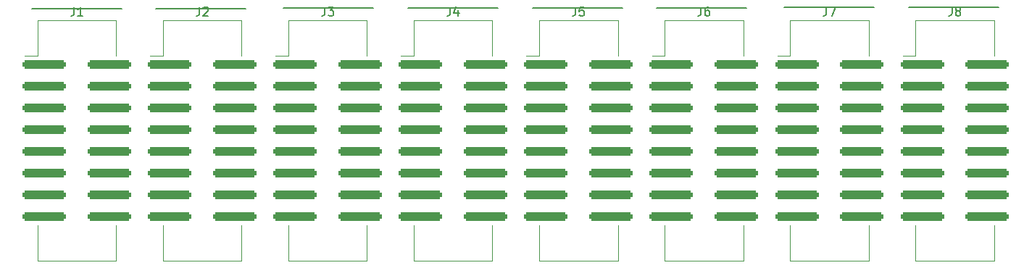
<source format=gbr>
%TF.GenerationSoftware,KiCad,Pcbnew,(7.0.0)*%
%TF.CreationDate,2023-03-30T09:23:00-07:00*%
%TF.ProjectId,europower_board,6575726f-706f-4776-9572-5f626f617264,rev?*%
%TF.SameCoordinates,Original*%
%TF.FileFunction,Legend,Top*%
%TF.FilePolarity,Positive*%
%FSLAX46Y46*%
G04 Gerber Fmt 4.6, Leading zero omitted, Abs format (unit mm)*
G04 Created by KiCad (PCBNEW (7.0.0)) date 2023-03-30 09:23:00*
%MOMM*%
%LPD*%
G01*
G04 APERTURE LIST*
G04 Aperture macros list*
%AMRoundRect*
0 Rectangle with rounded corners*
0 $1 Rounding radius*
0 $2 $3 $4 $5 $6 $7 $8 $9 X,Y pos of 4 corners*
0 Add a 4 corners polygon primitive as box body*
4,1,4,$2,$3,$4,$5,$6,$7,$8,$9,$2,$3,0*
0 Add four circle primitives for the rounded corners*
1,1,$1+$1,$2,$3*
1,1,$1+$1,$4,$5*
1,1,$1+$1,$6,$7*
1,1,$1+$1,$8,$9*
0 Add four rect primitives between the rounded corners*
20,1,$1+$1,$2,$3,$4,$5,0*
20,1,$1+$1,$4,$5,$6,$7,0*
20,1,$1+$1,$6,$7,$8,$9,0*
20,1,$1+$1,$8,$9,$2,$3,0*%
G04 Aperture macros list end*
%ADD10C,0.150000*%
%ADD11C,0.120000*%
%ADD12RoundRect,0.255000X-2.245000X-0.255000X2.245000X-0.255000X2.245000X0.255000X-2.245000X0.255000X0*%
G04 APERTURE END LIST*
D10*
X88800000Y-20200000D02*
X99300000Y-20200000D01*
X103350000Y-20200000D02*
X113850000Y-20200000D01*
X118250000Y-20100000D02*
X128750000Y-20100000D01*
X132800000Y-20100000D02*
X143300000Y-20100000D01*
X59750000Y-20200000D02*
X70250000Y-20200000D01*
X74300000Y-20200000D02*
X84800000Y-20200000D01*
X44850000Y-20300000D02*
X55350000Y-20300000D01*
X30300000Y-20300000D02*
X40800000Y-20300000D01*
%TO.C,J8*%
X137816666Y-20087380D02*
X137816666Y-20801666D01*
X137816666Y-20801666D02*
X137769047Y-20944523D01*
X137769047Y-20944523D02*
X137673809Y-21039761D01*
X137673809Y-21039761D02*
X137530952Y-21087380D01*
X137530952Y-21087380D02*
X137435714Y-21087380D01*
X138435714Y-20515952D02*
X138340476Y-20468333D01*
X138340476Y-20468333D02*
X138292857Y-20420714D01*
X138292857Y-20420714D02*
X138245238Y-20325476D01*
X138245238Y-20325476D02*
X138245238Y-20277857D01*
X138245238Y-20277857D02*
X138292857Y-20182619D01*
X138292857Y-20182619D02*
X138340476Y-20135000D01*
X138340476Y-20135000D02*
X138435714Y-20087380D01*
X138435714Y-20087380D02*
X138626190Y-20087380D01*
X138626190Y-20087380D02*
X138721428Y-20135000D01*
X138721428Y-20135000D02*
X138769047Y-20182619D01*
X138769047Y-20182619D02*
X138816666Y-20277857D01*
X138816666Y-20277857D02*
X138816666Y-20325476D01*
X138816666Y-20325476D02*
X138769047Y-20420714D01*
X138769047Y-20420714D02*
X138721428Y-20468333D01*
X138721428Y-20468333D02*
X138626190Y-20515952D01*
X138626190Y-20515952D02*
X138435714Y-20515952D01*
X138435714Y-20515952D02*
X138340476Y-20563571D01*
X138340476Y-20563571D02*
X138292857Y-20611190D01*
X138292857Y-20611190D02*
X138245238Y-20706428D01*
X138245238Y-20706428D02*
X138245238Y-20896904D01*
X138245238Y-20896904D02*
X138292857Y-20992142D01*
X138292857Y-20992142D02*
X138340476Y-21039761D01*
X138340476Y-21039761D02*
X138435714Y-21087380D01*
X138435714Y-21087380D02*
X138626190Y-21087380D01*
X138626190Y-21087380D02*
X138721428Y-21039761D01*
X138721428Y-21039761D02*
X138769047Y-20992142D01*
X138769047Y-20992142D02*
X138816666Y-20896904D01*
X138816666Y-20896904D02*
X138816666Y-20706428D01*
X138816666Y-20706428D02*
X138769047Y-20611190D01*
X138769047Y-20611190D02*
X138721428Y-20563571D01*
X138721428Y-20563571D02*
X138626190Y-20515952D01*
%TO.C,J7*%
X123166666Y-20087380D02*
X123166666Y-20801666D01*
X123166666Y-20801666D02*
X123119047Y-20944523D01*
X123119047Y-20944523D02*
X123023809Y-21039761D01*
X123023809Y-21039761D02*
X122880952Y-21087380D01*
X122880952Y-21087380D02*
X122785714Y-21087380D01*
X123547619Y-20087380D02*
X124214285Y-20087380D01*
X124214285Y-20087380D02*
X123785714Y-21087380D01*
%TO.C,J6*%
X108516666Y-20087380D02*
X108516666Y-20801666D01*
X108516666Y-20801666D02*
X108469047Y-20944523D01*
X108469047Y-20944523D02*
X108373809Y-21039761D01*
X108373809Y-21039761D02*
X108230952Y-21087380D01*
X108230952Y-21087380D02*
X108135714Y-21087380D01*
X109421428Y-20087380D02*
X109230952Y-20087380D01*
X109230952Y-20087380D02*
X109135714Y-20135000D01*
X109135714Y-20135000D02*
X109088095Y-20182619D01*
X109088095Y-20182619D02*
X108992857Y-20325476D01*
X108992857Y-20325476D02*
X108945238Y-20515952D01*
X108945238Y-20515952D02*
X108945238Y-20896904D01*
X108945238Y-20896904D02*
X108992857Y-20992142D01*
X108992857Y-20992142D02*
X109040476Y-21039761D01*
X109040476Y-21039761D02*
X109135714Y-21087380D01*
X109135714Y-21087380D02*
X109326190Y-21087380D01*
X109326190Y-21087380D02*
X109421428Y-21039761D01*
X109421428Y-21039761D02*
X109469047Y-20992142D01*
X109469047Y-20992142D02*
X109516666Y-20896904D01*
X109516666Y-20896904D02*
X109516666Y-20658809D01*
X109516666Y-20658809D02*
X109469047Y-20563571D01*
X109469047Y-20563571D02*
X109421428Y-20515952D01*
X109421428Y-20515952D02*
X109326190Y-20468333D01*
X109326190Y-20468333D02*
X109135714Y-20468333D01*
X109135714Y-20468333D02*
X109040476Y-20515952D01*
X109040476Y-20515952D02*
X108992857Y-20563571D01*
X108992857Y-20563571D02*
X108945238Y-20658809D01*
%TO.C,J5*%
X93866666Y-20087380D02*
X93866666Y-20801666D01*
X93866666Y-20801666D02*
X93819047Y-20944523D01*
X93819047Y-20944523D02*
X93723809Y-21039761D01*
X93723809Y-21039761D02*
X93580952Y-21087380D01*
X93580952Y-21087380D02*
X93485714Y-21087380D01*
X94819047Y-20087380D02*
X94342857Y-20087380D01*
X94342857Y-20087380D02*
X94295238Y-20563571D01*
X94295238Y-20563571D02*
X94342857Y-20515952D01*
X94342857Y-20515952D02*
X94438095Y-20468333D01*
X94438095Y-20468333D02*
X94676190Y-20468333D01*
X94676190Y-20468333D02*
X94771428Y-20515952D01*
X94771428Y-20515952D02*
X94819047Y-20563571D01*
X94819047Y-20563571D02*
X94866666Y-20658809D01*
X94866666Y-20658809D02*
X94866666Y-20896904D01*
X94866666Y-20896904D02*
X94819047Y-20992142D01*
X94819047Y-20992142D02*
X94771428Y-21039761D01*
X94771428Y-21039761D02*
X94676190Y-21087380D01*
X94676190Y-21087380D02*
X94438095Y-21087380D01*
X94438095Y-21087380D02*
X94342857Y-21039761D01*
X94342857Y-21039761D02*
X94295238Y-20992142D01*
%TO.C,J4*%
X79216666Y-20087380D02*
X79216666Y-20801666D01*
X79216666Y-20801666D02*
X79169047Y-20944523D01*
X79169047Y-20944523D02*
X79073809Y-21039761D01*
X79073809Y-21039761D02*
X78930952Y-21087380D01*
X78930952Y-21087380D02*
X78835714Y-21087380D01*
X80121428Y-20420714D02*
X80121428Y-21087380D01*
X79883333Y-20039761D02*
X79645238Y-20754047D01*
X79645238Y-20754047D02*
X80264285Y-20754047D01*
%TO.C,J3*%
X64566666Y-20087380D02*
X64566666Y-20801666D01*
X64566666Y-20801666D02*
X64519047Y-20944523D01*
X64519047Y-20944523D02*
X64423809Y-21039761D01*
X64423809Y-21039761D02*
X64280952Y-21087380D01*
X64280952Y-21087380D02*
X64185714Y-21087380D01*
X64947619Y-20087380D02*
X65566666Y-20087380D01*
X65566666Y-20087380D02*
X65233333Y-20468333D01*
X65233333Y-20468333D02*
X65376190Y-20468333D01*
X65376190Y-20468333D02*
X65471428Y-20515952D01*
X65471428Y-20515952D02*
X65519047Y-20563571D01*
X65519047Y-20563571D02*
X65566666Y-20658809D01*
X65566666Y-20658809D02*
X65566666Y-20896904D01*
X65566666Y-20896904D02*
X65519047Y-20992142D01*
X65519047Y-20992142D02*
X65471428Y-21039761D01*
X65471428Y-21039761D02*
X65376190Y-21087380D01*
X65376190Y-21087380D02*
X65090476Y-21087380D01*
X65090476Y-21087380D02*
X64995238Y-21039761D01*
X64995238Y-21039761D02*
X64947619Y-20992142D01*
%TO.C,J2*%
X49916666Y-20087380D02*
X49916666Y-20801666D01*
X49916666Y-20801666D02*
X49869047Y-20944523D01*
X49869047Y-20944523D02*
X49773809Y-21039761D01*
X49773809Y-21039761D02*
X49630952Y-21087380D01*
X49630952Y-21087380D02*
X49535714Y-21087380D01*
X50345238Y-20182619D02*
X50392857Y-20135000D01*
X50392857Y-20135000D02*
X50488095Y-20087380D01*
X50488095Y-20087380D02*
X50726190Y-20087380D01*
X50726190Y-20087380D02*
X50821428Y-20135000D01*
X50821428Y-20135000D02*
X50869047Y-20182619D01*
X50869047Y-20182619D02*
X50916666Y-20277857D01*
X50916666Y-20277857D02*
X50916666Y-20373095D01*
X50916666Y-20373095D02*
X50869047Y-20515952D01*
X50869047Y-20515952D02*
X50297619Y-21087380D01*
X50297619Y-21087380D02*
X50916666Y-21087380D01*
%TO.C,J1*%
X35266666Y-20087380D02*
X35266666Y-20801666D01*
X35266666Y-20801666D02*
X35219047Y-20944523D01*
X35219047Y-20944523D02*
X35123809Y-21039761D01*
X35123809Y-21039761D02*
X34980952Y-21087380D01*
X34980952Y-21087380D02*
X34885714Y-21087380D01*
X36266666Y-21087380D02*
X35695238Y-21087380D01*
X35980952Y-21087380D02*
X35980952Y-20087380D01*
X35980952Y-20087380D02*
X35885714Y-20230238D01*
X35885714Y-20230238D02*
X35790476Y-20325476D01*
X35790476Y-20325476D02*
X35695238Y-20373095D01*
D11*
%TO.C,J8*%
X133565000Y-25790000D02*
X133565000Y-21610000D01*
X133565000Y-21610000D02*
X142735000Y-21610000D01*
X142735000Y-21610000D02*
X142735000Y-25790000D01*
X133565000Y-45590000D02*
X133565000Y-49770000D01*
X133565000Y-49770000D02*
X142735000Y-49770000D01*
X142735000Y-49770000D02*
X142735000Y-45590000D01*
X133565000Y-25790000D02*
X132065000Y-25790000D01*
%TO.C,J7*%
X118915000Y-25790000D02*
X118915000Y-21610000D01*
X118915000Y-21610000D02*
X128085000Y-21610000D01*
X128085000Y-21610000D02*
X128085000Y-25790000D01*
X118915000Y-45590000D02*
X118915000Y-49770000D01*
X118915000Y-49770000D02*
X128085000Y-49770000D01*
X128085000Y-49770000D02*
X128085000Y-45590000D01*
X118915000Y-25790000D02*
X117415000Y-25790000D01*
%TO.C,J6*%
X104265000Y-25790000D02*
X104265000Y-21610000D01*
X104265000Y-21610000D02*
X113435000Y-21610000D01*
X113435000Y-21610000D02*
X113435000Y-25790000D01*
X104265000Y-45590000D02*
X104265000Y-49770000D01*
X104265000Y-49770000D02*
X113435000Y-49770000D01*
X113435000Y-49770000D02*
X113435000Y-45590000D01*
X104265000Y-25790000D02*
X102765000Y-25790000D01*
%TO.C,J5*%
X89615000Y-25790000D02*
X89615000Y-21610000D01*
X89615000Y-21610000D02*
X98785000Y-21610000D01*
X98785000Y-21610000D02*
X98785000Y-25790000D01*
X89615000Y-45590000D02*
X89615000Y-49770000D01*
X89615000Y-49770000D02*
X98785000Y-49770000D01*
X98785000Y-49770000D02*
X98785000Y-45590000D01*
X89615000Y-25790000D02*
X88115000Y-25790000D01*
%TO.C,J4*%
X74965000Y-25790000D02*
X74965000Y-21610000D01*
X74965000Y-21610000D02*
X84135000Y-21610000D01*
X84135000Y-21610000D02*
X84135000Y-25790000D01*
X74965000Y-45590000D02*
X74965000Y-49770000D01*
X74965000Y-49770000D02*
X84135000Y-49770000D01*
X84135000Y-49770000D02*
X84135000Y-45590000D01*
X74965000Y-25790000D02*
X73465000Y-25790000D01*
%TO.C,J3*%
X60315000Y-25790000D02*
X60315000Y-21610000D01*
X60315000Y-21610000D02*
X69485000Y-21610000D01*
X69485000Y-21610000D02*
X69485000Y-25790000D01*
X60315000Y-45590000D02*
X60315000Y-49770000D01*
X60315000Y-49770000D02*
X69485000Y-49770000D01*
X69485000Y-49770000D02*
X69485000Y-45590000D01*
X60315000Y-25790000D02*
X58815000Y-25790000D01*
%TO.C,J2*%
X45665000Y-25790000D02*
X45665000Y-21610000D01*
X45665000Y-21610000D02*
X54835000Y-21610000D01*
X54835000Y-21610000D02*
X54835000Y-25790000D01*
X45665000Y-45590000D02*
X45665000Y-49770000D01*
X45665000Y-49770000D02*
X54835000Y-49770000D01*
X54835000Y-49770000D02*
X54835000Y-45590000D01*
X45665000Y-25790000D02*
X44165000Y-25790000D01*
%TO.C,J1*%
X31015000Y-25790000D02*
X31015000Y-21610000D01*
X31015000Y-21610000D02*
X40185000Y-21610000D01*
X40185000Y-21610000D02*
X40185000Y-25790000D01*
X31015000Y-45590000D02*
X31015000Y-49770000D01*
X31015000Y-49770000D02*
X40185000Y-49770000D01*
X40185000Y-49770000D02*
X40185000Y-45590000D01*
X31015000Y-25790000D02*
X29515000Y-25790000D01*
%TD*%
%LPC*%
D12*
%TO.C,J8*%
X134350000Y-26800000D03*
X134350000Y-29340000D03*
X134350000Y-31880000D03*
X134350000Y-34420000D03*
X134350000Y-36960000D03*
X134350000Y-39500000D03*
X134350000Y-42040000D03*
X134350000Y-44580000D03*
X141950000Y-26800000D03*
X141950000Y-29340000D03*
X141950000Y-31880000D03*
X141950000Y-34420000D03*
X141950000Y-36960000D03*
X141950000Y-39500000D03*
X141950000Y-42040000D03*
X141950000Y-44580000D03*
%TD*%
%TO.C,J7*%
X119700000Y-26800000D03*
X119700000Y-29340000D03*
X119700000Y-31880000D03*
X119700000Y-34420000D03*
X119700000Y-36960000D03*
X119700000Y-39500000D03*
X119700000Y-42040000D03*
X119700000Y-44580000D03*
X127300000Y-26800000D03*
X127300000Y-29340000D03*
X127300000Y-31880000D03*
X127300000Y-34420000D03*
X127300000Y-36960000D03*
X127300000Y-39500000D03*
X127300000Y-42040000D03*
X127300000Y-44580000D03*
%TD*%
%TO.C,J6*%
X105050000Y-26800000D03*
X105050000Y-29340000D03*
X105050000Y-31880000D03*
X105050000Y-34420000D03*
X105050000Y-36960000D03*
X105050000Y-39500000D03*
X105050000Y-42040000D03*
X105050000Y-44580000D03*
X112650000Y-26800000D03*
X112650000Y-29340000D03*
X112650000Y-31880000D03*
X112650000Y-34420000D03*
X112650000Y-36960000D03*
X112650000Y-39500000D03*
X112650000Y-42040000D03*
X112650000Y-44580000D03*
%TD*%
%TO.C,J5*%
X90400000Y-26800000D03*
X90400000Y-29340000D03*
X90400000Y-31880000D03*
X90400000Y-34420000D03*
X90400000Y-36960000D03*
X90400000Y-39500000D03*
X90400000Y-42040000D03*
X90400000Y-44580000D03*
X98000000Y-26800000D03*
X98000000Y-29340000D03*
X98000000Y-31880000D03*
X98000000Y-34420000D03*
X98000000Y-36960000D03*
X98000000Y-39500000D03*
X98000000Y-42040000D03*
X98000000Y-44580000D03*
%TD*%
%TO.C,J4*%
X75750000Y-26800000D03*
X75750000Y-29340000D03*
X75750000Y-31880000D03*
X75750000Y-34420000D03*
X75750000Y-36960000D03*
X75750000Y-39500000D03*
X75750000Y-42040000D03*
X75750000Y-44580000D03*
X83350000Y-26800000D03*
X83350000Y-29340000D03*
X83350000Y-31880000D03*
X83350000Y-34420000D03*
X83350000Y-36960000D03*
X83350000Y-39500000D03*
X83350000Y-42040000D03*
X83350000Y-44580000D03*
%TD*%
%TO.C,J3*%
X61100000Y-26800000D03*
X61100000Y-29340000D03*
X61100000Y-31880000D03*
X61100000Y-34420000D03*
X61100000Y-36960000D03*
X61100000Y-39500000D03*
X61100000Y-42040000D03*
X61100000Y-44580000D03*
X68700000Y-26800000D03*
X68700000Y-29340000D03*
X68700000Y-31880000D03*
X68700000Y-34420000D03*
X68700000Y-36960000D03*
X68700000Y-39500000D03*
X68700000Y-42040000D03*
X68700000Y-44580000D03*
%TD*%
%TO.C,J2*%
X46450000Y-26800000D03*
X46450000Y-29340000D03*
X46450000Y-31880000D03*
X46450000Y-34420000D03*
X46450000Y-36960000D03*
X46450000Y-39500000D03*
X46450000Y-42040000D03*
X46450000Y-44580000D03*
X54050000Y-26800000D03*
X54050000Y-29340000D03*
X54050000Y-31880000D03*
X54050000Y-34420000D03*
X54050000Y-36960000D03*
X54050000Y-39500000D03*
X54050000Y-42040000D03*
X54050000Y-44580000D03*
%TD*%
%TO.C,J1*%
X31800000Y-26800000D03*
X31800000Y-29340000D03*
X31800000Y-31880000D03*
X31800000Y-34420000D03*
X31800000Y-36960000D03*
X31800000Y-39500000D03*
X31800000Y-42040000D03*
X31800000Y-44580000D03*
X39400000Y-26800000D03*
X39400000Y-29340000D03*
X39400000Y-31880000D03*
X39400000Y-34420000D03*
X39400000Y-36960000D03*
X39400000Y-39500000D03*
X39400000Y-42040000D03*
X39400000Y-44580000D03*
%TD*%
M02*

</source>
